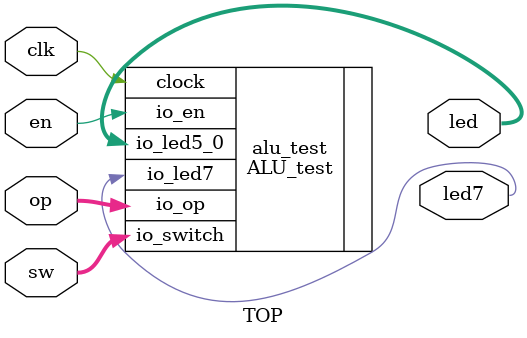
<source format=v>
`timescale 1ns / 1ps


module TOP(
    input clk,
    input en,
    input [5:0] op,
    input [1:0] sw,
    output [5:0] led,
    output led7
    );
    ALU_test alu_test(.clock(clk), .io_op(op), .io_switch(sw), .io_en(en), .io_led5_0(led), .io_led7(led7));
endmodule

</source>
